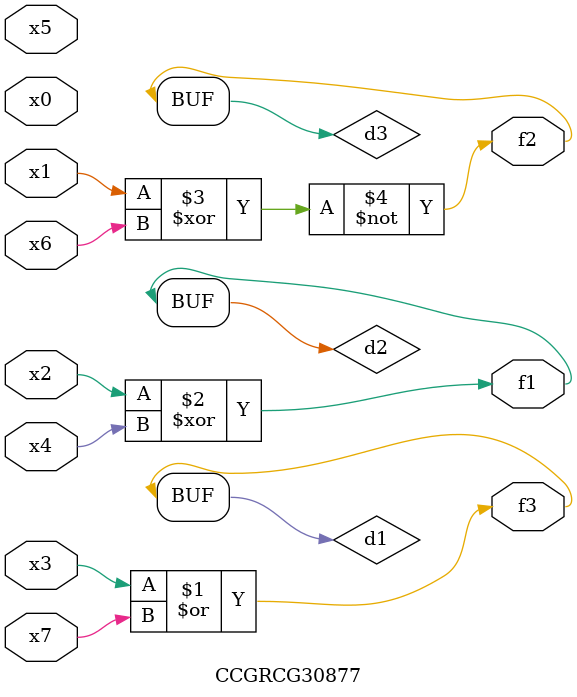
<source format=v>
module CCGRCG30877(
	input x0, x1, x2, x3, x4, x5, x6, x7,
	output f1, f2, f3
);

	wire d1, d2, d3;

	or (d1, x3, x7);
	xor (d2, x2, x4);
	xnor (d3, x1, x6);
	assign f1 = d2;
	assign f2 = d3;
	assign f3 = d1;
endmodule

</source>
